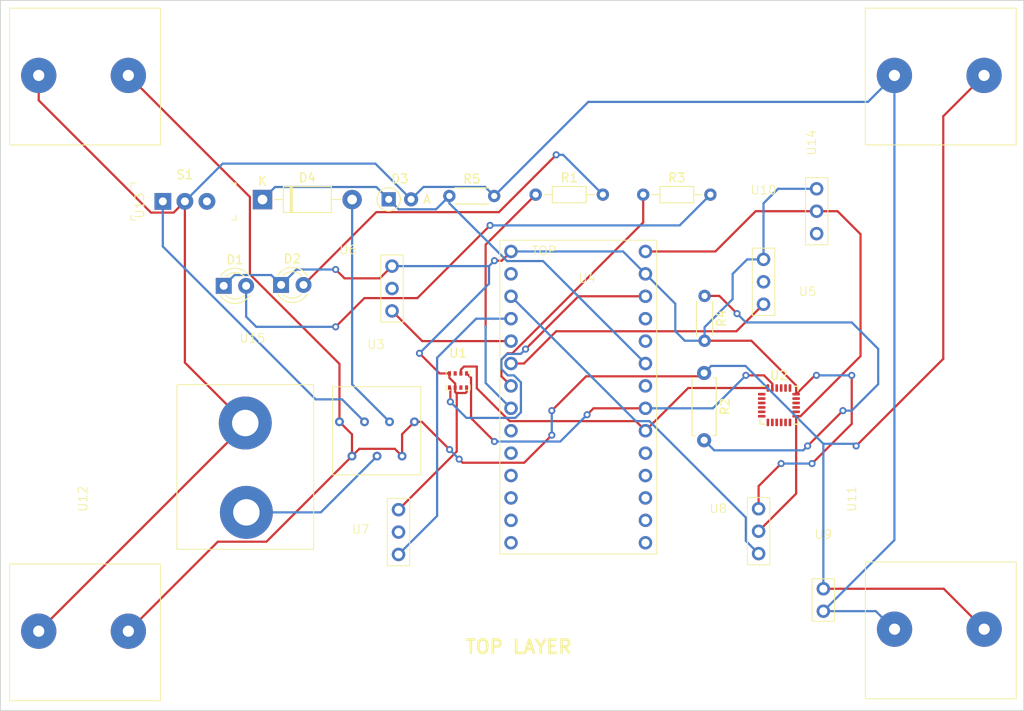
<source format=kicad_pcb>
(kicad_pcb (version 20221018) (generator pcbnew)
  (layers (0 "F.Cu" signal) (31 "B.Cu" signal) (34 "B.Paste" user) (35 "F.Paste" user) (36 "B.SilkS" user "B.Silkscreen") (37 "F.SilkS" user "F.Silkscreen") (38 "B.Mask" user) (39 "F.Mask" user) (44 "Edge.Cuts" user))
  (net 0 "")
  (footprint "Sensor_Motion:InvenSense_QFN-24_4x4mm_P0.5mm" (layer "F.Cu") (at 177.4732 96.0834)
    (fp_text reference "U2" (at 0 -3.375) (layer "F.SilkS"))
    (fp_text value "MPU-6050")
    (fp_line (start -2.15 -2.15) (end -1.625 -2.15) (stroke (width 0.15)) (layer "F.SilkS"))
    (fp_line (start -2.15 2.15) (end -2.15 1.625) (stroke (width 0.15)) (layer "F.SilkS"))
    (fp_line (start -2.15 2.15) (end -1.625 2.15) (stroke (width 0.15)) (layer "F.SilkS"))
    (fp_line (start 2.15 -2.15) (end 1.625 -2.15) (stroke (width 0.15)) (layer "F.SilkS"))
    (fp_line (start 2.15 -2.15) (end 2.15 -1.625) (stroke (width 0.15)) (layer "F.SilkS"))
    (fp_line (start 2.15 2.15) (end 1.625 2.15) (stroke (width 0.15)) (layer "F.SilkS"))
    (fp_line (start 2.15 2.15) (end 2.15 1.625) (stroke (width 0.15)) (layer "F.SilkS"))
    (pad "1" smd roundrect (at -1.95 -1.25) (size 0.85 0.3) (layers "F.Cu" "F.Paste" "F.Mask"))
    (pad "2" smd roundrect (at -1.95 -0.75) (size 0.85 0.3) (layers "F.Cu" "F.Paste" "F.Mask"))
    (pad "3" smd roundrect (at -1.95 -0.25) (size 0.85 0.3) (layers "F.Cu" "F.Paste" "F.Mask"))
    (pad "4" smd roundrect (at -1.95 0.25) (size 0.85 0.3) (layers "F.Cu" "F.Paste" "F.Mask"))
    (pad "5" smd roundrect (at -1.95 0.75) (size 0.85 0.3) (layers "F.Cu" "F.Paste" "F.Mask"))
    (pad "6" smd roundrect (at -1.95 1.25) (size 0.85 0.3) (layers "F.Cu" "F.Paste" "F.Mask"))
    (pad "7" smd roundrect (at -1.25 1.95 90) (size 0.85 0.3) (layers "F.Cu" "F.Paste" "F.Mask"))
    (pad "8" smd roundrect (at -0.75 1.95 90) (size 0.85 0.3) (layers "F.Cu" "F.Paste" "F.Mask"))
    (pad "9" smd roundrect (at -0.25 1.95 90) (size 0.85 0.3) (layers "F.Cu" "F.Paste" "F.Mask"))
    (pad "10" smd roundrect (at 0.25 1.95 90) (size 0.85 0.3) (layers "F.Cu" "F.Paste" "F.Mask"))
    (pad "11" smd roundrect (at 0.75 1.95 90) (size 0.85 0.3) (layers "F.Cu" "F.Paste" "F.Mask"))
    (pad "12" smd roundrect (at 1.25 1.95 90) (size 0.85 0.3) (layers "F.Cu" "F.Paste" "F.Mask"))
    (pad "13" smd roundrect (at 1.95 1.25) (size 0.85 0.3) (layers "F.Cu" "F.Paste" "F.Mask"))
    (pad "14" smd roundrect (at 1.95 0.75) (size 0.85 0.3) (layers "F.Cu" "F.Paste" "F.Mask"))
    (pad "15" smd roundrect (at 1.95 0.25) (size 0.85 0.3) (layers "F.Cu" "F.Paste" "F.Mask"))
    (pad "16" smd roundrect (at 1.95 -0.25) (size 0.85 0.3) (layers "F.Cu" "F.Paste" "F.Mask"))
    (pad "17" smd roundrect (at 1.95 -0.75) (size 0.85 0.3) (layers "F.Cu" "F.Paste" "F.Mask"))
    (pad "18" smd roundrect (at 1.95 -1.25) (size 0.85 0.3) (layers "F.Cu" "F.Paste" "F.Mask"))
    (pad "19" smd roundrect (at 1.25 -1.95 90) (size 0.85 0.3) (layers "F.Cu" "F.Paste" "F.Mask"))
    (pad "20" smd roundrect (at 0.75 -1.95 90) (size 0.85 0.3) (layers "F.Cu" "F.Paste" "F.Mask"))
    (pad "21" smd roundrect (at 0.25 -1.95 90) (size 0.85 0.3) (layers "F.Cu" "F.Paste" "F.Mask"))
    (pad "22" smd roundrect (at -0.25 -1.95 90) (size 0.85 0.3) (layers "F.Cu" "F.Paste" "F.Mask"))
    (pad "23" smd roundrect (at -0.75 -1.95 90) (size 0.85 0.3) (layers "F.Cu" "F.Paste" "F.Mask"))
    (pad "24" smd roundrect (at -1.25 -1.95 90) (size 0.85 0.3) (layers "F.Cu" "F.Paste" "F.Mask"))
  )
  (footprint "teensy4.0:External_Power" (layer "F.Cu") (at 181.2378 115.7488)
    (fp_text reference "U9" (at 1.27 -5.032 unlocked) (layer "F.SilkS") (effects (font (thickness 0.1))))
    (fp_text value "External Power")
    (fp_rect (start 0 0) (end 2.54 4.826) (stroke (width 0.1)) (fill none) (layer "F.SilkS"))
    (pad "1" thru_hole circle (at 1.27 3.683) (size 1.524 1.524) (drill 0.914) (layers "*.Cu" "*.Mask"))
    (pad "2" thru_hole circle (at 1.27 1.143) (size 1.524 1.524) (drill 0.914) (layers "*.Cu" "*.Mask"))
  )
  (footprint "LED_THT:LED_D3.0mm" (layer "F.Cu") (at 121.0398 82.4494)
    (fp_text reference "D2" (at 1.27 -2.96) (layer "F.SilkS"))
    (fp_text value "GREEN")
    (fp_line (start -0.29 -1.236) (end -0.29 -1.08) (stroke (width 0.12)) (layer "F.SilkS"))
    (fp_line (start -0.29 1.08) (end -0.29 1.236) (stroke (width 0.12)) (layer "F.SilkS"))
    (fp_arc (start -0.29 -1.235516) (mid 1.366487 -1.987659) (end 2.942335 -1.078608) (stroke (width 0.12)) (layer "F.SilkS"))
    (fp_arc (start 0.229039 -1.08) (mid 1.270117 -1.5) (end 2.31113 -1.079837) (stroke (width 0.12)) (layer "F.SilkS"))
    (fp_arc (start 2.31113 1.079837) (mid 1.270117 1.5) (end 0.229039 1.08) (stroke (width 0.12)) (layer "F.SilkS"))
    (fp_arc (start 2.942335 1.078608) (mid 1.366487 1.987659) (end -0.29 1.235516) (stroke (width 0.12)) (layer "F.SilkS"))
    (pad "1" thru_hole rect (at 0 0) (size 1.8 1.8) (drill 0.9) (layers "*.Cu" "*.Mask"))
    (pad "2" thru_hole circle (at 2.54 0) (size 1.8 1.8) (drill 0.9) (layers "*.Cu" "*.Mask"))
  )
  (footprint "Diode_THT:D_DO-35_SOD27_P2.54mm_Vertical_AnodeUp" (layer "F.Cu") (at 133.235086 72.7466)
    (fp_text reference "D3" (at 1.27 -2.326371) (layer "F.SilkS"))
    (fp_text value "D_Zener")
    (fp_text user "A" (at 4.34 0) (layer "F.SilkS"))
    (fp_line (start 1.326371 0) (end 1.44 0) (stroke (width 0.12)) (layer "F.SilkS"))
    (fp_circle (center 0 0) (end 1.326371 0) (stroke (width 0.12)) (fill none) (layer "F.SilkS"))
    (pad "1" thru_hole rect (at 0 0) (size 1.6 1.6) (drill 0.8) (layers "*.Cu" "*.Mask"))
    (pad "2" thru_hole oval (at 2.54 0) (size 1.6 1.6) (drill 0.8) (layers "*.Cu" "*.Mask"))
  )
  (footprint "teensy4.0:motor_U" (layer "F.Cu") (at 132.3428 79.0458)
    (fp_text reference "U6" (at -3.7084 -0.587 unlocked) (layer "F.SilkS") (effects (font (thickness 0.1))))
    (fp_text value "Motor_3")
    (fp_rect (start 0 0) (end 2.54 7.62) (stroke (width 0.1)) (fill none) (layer "F.SilkS"))
    (pad "1" thru_hole circle (at 1.27 1.27) (size 1.524 1.524) (drill 0.914) (layers "*.Cu" "*.Mask"))
    (pad "2" thru_hole circle (at 1.27 3.81) (size 1.524 1.524) (drill 0.914) (layers "*.Cu" "*.Mask"))
    (pad "3" thru_hole circle (at 1.27 6.35) (size 1.524 1.524) (drill 0.914) (layers "*.Cu" "*.Mask"))
  )
  (footprint "teensy4.0:motor_U" (layer "F.Cu") (at 174.456 78.2838)
    (fp_text reference "U5" (at 6.269 4.9162 unlocked) (layer "F.SilkS") (effects (font (thickness 0.1))))
    (fp_text value "Motor_4")
    (fp_rect (start 0 0) (end 2.54 7.62) (stroke (width 0.1)) (fill none) (layer "F.SilkS"))
    (pad "1" thru_hole circle (at 1.27 1.27) (size 1.524 1.524) (drill 0.914) (layers "*.Cu" "*.Mask"))
    (pad "2" thru_hole circle (at 1.27 3.81) (size 1.524 1.524) (drill 0.914) (layers "*.Cu" "*.Mask"))
    (pad "3" thru_hole circle (at 1.27 6.35) (size 1.524 1.524) (drill 0.914) (layers "*.Cu" "*.Mask"))
  )
  (footprint "Resistor_THT:R_Axial_DIN0204_L3.6mm_D1.6mm_P7.62mm_Horizontal" (layer "F.Cu") (at 162.0862 72.2132)
    (fp_text reference "R3" (at 3.81 -1.92) (layer "F.SilkS"))
    (fp_text value "100 ohm")
    (fp_line (start 0.94 0) (end 1.89 0) (stroke (width 0.12)) (layer "F.SilkS"))
    (fp_line (start 1.89 -0.92) (end 1.89 0.92) (stroke (width 0.12)) (layer "F.SilkS"))
    (fp_line (start 1.89 0.92) (end 5.73 0.92) (stroke (width 0.12)) (layer "F.SilkS"))
    (fp_line (start 5.73 -0.92) (end 1.89 -0.92) (stroke (width 0.12)) (layer "F.SilkS"))
    (fp_line (start 5.73 0.92) (end 5.73 -0.92) (stroke (width 0.12)) (layer "F.SilkS"))
    (fp_line (start 6.68 0) (end 5.73 0) (stroke (width 0.12)) (layer "F.SilkS"))
    (pad "1" thru_hole circle (at 0 0) (size 1.4 1.4) (drill 0.7) (layers "*.Cu" "*.Mask"))
    (pad "2" thru_hole oval (at 7.62 0) (size 1.4 1.4) (drill 0.7) (layers "*.Cu" "*.Mask"))
  )
  (footprint "teensy4.0:ESC" (layer "F.Cu") (at 90.263 66.574 90)
    (fp_text reference "U13" (at -6.872 14.746 90 unlocked) (layer "F.SilkS") (effects (font (thickness 0.1))))
    (fp_text value "ESC_3")
    (fp_rect (start -0.006 0) (end 15.494 17.1) (stroke (width 0.1)) (fill none) (layer "F.SilkS"))
    (pad "1" thru_hole circle (at 7.874 3.302 90) (size 4 4) (drill 1.27) (layers "*.Cu" "*.Mask"))
    (pad "2" thru_hole circle (at 7.874 13.462 90) (size 4 4) (drill 1.27) (layers "*.Cu" "*.Mask"))
  )
  (footprint "teensy4.0:motor_U" (layer "F.Cu") (at 133.0794 106.6556)
    (fp_text reference "U7" (at -3.0226 3.5038 unlocked) (layer "F.SilkS") (effects (font (thickness 0.1))))
    (fp_text value "Motor_2")
    (fp_rect (start 0 0) (end 2.54 7.62) (stroke (width 0.1)) (fill none) (layer "F.SilkS"))
    (pad "1" thru_hole circle (at 1.27 1.27) (size 1.524 1.524) (drill 0.914) (layers "*.Cu" "*.Mask"))
    (pad "2" thru_hole circle (at 1.27 3.81) (size 1.524 1.524) (drill 0.914) (layers "*.Cu" "*.Mask"))
    (pad "3" thru_hole circle (at 1.27 6.35) (size 1.524 1.524) (drill 0.914) (layers "*.Cu" "*.Mask"))
  )
  (footprint "teensy4.0:ESC" (layer "F.Cu") (at 187.275 129.347 90)
    (fp_text reference "U11" (at 22.647 -1.55 90 unlocked) (layer "F.SilkS") (effects (font (thickness 0.1))))
    (fp_text value "ESC_1")
    (fp_rect (start -0.006 0) (end 15.494 17.1) (stroke (width 0.1)) (fill none) (layer "F.SilkS"))
    (pad "1" thru_hole circle (at 7.874 3.302 90) (size 4 4) (drill 1.27) (layers "*.Cu" "*.Mask"))
    (pad "2" thru_hole circle (at 7.874 13.462 90) (size 4 4) (drill 1.27) (layers "*.Cu" "*.Mask"))
  )
  (footprint "digikey-footprints:Switch_Slide_11.6x4mm_EG1218" (layer "F.Cu") (at 107.6324 72.9752)
    (fp_text reference "S1" (at 2.49 -3.02) (layer "F.SilkS"))
    (fp_text value "EG1218")
    (fp_line (start -3.6 -2.1) (end -3.6 -1.6) (stroke (width 0.1)) (layer "F.SilkS"))
    (fp_line (start -3.6 -2.1) (end -3.1 -2.1) (stroke (width 0.1)) (layer "F.SilkS"))
    (fp_line (start -3.6 2.1) (end -3.6 1.6) (stroke (width 0.1)) (layer "F.SilkS"))
    (fp_line (start -3.6 2.1) (end -3.1 2.1) (stroke (width 0.1)) (layer "F.SilkS"))
    (fp_line (start 8.3 -2.1) (end 7.8 -2.1) (stroke (width 0.1)) (layer "F.SilkS"))
    (fp_line (start 8.3 -2.1) (end 8.3 -1.6) (stroke (width 0.1)) (layer "F.SilkS"))
    (fp_line (start 8.3 2.1) (end 7.8 2.1) (stroke (width 0.1)) (layer "F.SilkS"))
    (fp_line (start 8.3 2.1) (end 8.3 1.6) (stroke (width 0.1)) (layer "F.SilkS"))
    (pad "1" thru_hole rect (at 0 0) (size 1.9 1.9) (drill 0.9) (layers "*.Cu" "*.Mask"))
    (pad "2" thru_hole circle (at 2.5 0) (size 1.9 1.9) (drill 0.9) (layers "*.Cu" "*.Mask"))
    (pad "3" thru_hole circle (at 5 0) (size 1.9 1.9) (drill 0.9) (layers "*.Cu" "*.Mask"))
  )
  (footprint "LED_THT:LED_D3.0mm" (layer "F.Cu") (at 114.5374 82.551)
    (fp_text reference "D1" (at 1.27 -2.96) (layer "F.SilkS"))
    (fp_text value "RED")
    (fp_line (start -0.29 -1.236) (end -0.29 -1.08) (stroke (width 0.12)) (layer "F.SilkS"))
    (fp_line (start -0.29 1.08) (end -0.29 1.236) (stroke (width 0.12)) (layer "F.SilkS"))
    (fp_arc (start -0.29 -1.235516) (mid 1.366487 -1.987659) (end 2.942335 -1.078608) (stroke (width 0.12)) (layer "F.SilkS"))
    (fp_arc (start 0.229039 -1.08) (mid 1.270117 -1.5) (end 2.31113 -1.079837) (stroke (width 0.12)) (layer "F.SilkS"))
    (fp_arc (start 2.31113 1.079837) (mid 1.270117 1.5) (end 0.229039 1.08) (stroke (width 0.12)) (layer "F.SilkS"))
    (fp_arc (start 2.942335 1.078608) (mid 1.366487 1.987659) (end -0.29 1.235516) (stroke (width 0.12)) (layer "F.SilkS"))
    (pad "1" thru_hole rect (at 0 0) (size 1.8 1.8) (drill 0.9) (layers "*.Cu" "*.Mask"))
    (pad "2" thru_hole circle (at 2.54 0) (size 1.8 1.8) (drill 0.9) (layers "*.Cu" "*.Mask"))
  )
  (footprint "Package_LGA:Bosch_LGA-8_2x2.5mm_P0.65mm_ClockwisePinNumbering" (layer "F.Cu") (at 141.096 93.2824)
    (fp_text reference "U1" (at 0 -3.1) (layer "F.SilkS"))
    (fp_text value "BMP280")
    (fp_line (start -1.35 -0.46) (end -1.35 -1.1) (stroke (width 0.1)) (layer "F.SilkS"))
    (fp_line (start -1.35 1.1) (end -1.35 0.46) (stroke (width 0.1)) (layer "F.SilkS"))
    (fp_line (start -1.35 1.1) (end -0.87 1.1) (stroke (width 0.1)) (layer "F.SilkS"))
    (fp_line (start 0.87 -1.1) (end 1.35 -1.1) (stroke (width 0.1)) (layer "F.SilkS"))
    (fp_line (start 0.87 1.1) (end 1.35 1.1) (stroke (width 0.1)) (layer "F.SilkS"))
    (fp_line (start 1.35 -0.46) (end 1.35 -1.1) (stroke (width 0.1)) (layer "F.SilkS"))
    (fp_line (start 1.35 1.1) (end 1.35 0.46) (stroke (width 0.1)) (layer "F.SilkS"))
    (pad "1" smd rect (at -0.975 -0.8 90) (size 0.5 0.35) (layers "F.Cu" "F.Paste" "F.Mask"))
    (pad "2" smd rect (at -0.325 -0.8 90) (size 0.5 0.35) (layers "F.Cu" "F.Paste" "F.Mask"))
    (pad "3" smd rect (at 0.325 -0.8 90) (size 0.5 0.35) (layers "F.Cu" "F.Paste" "F.Mask"))
    (pad "4" smd rect (at 0.975 -0.8 90) (size 0.5 0.35) (layers "F.Cu" "F.Paste" "F.Mask"))
    (pad "5" smd rect (at 0.975 0.8 90) (size 0.5 0.35) (layers "F.Cu" "F.Paste" "F.Mask"))
    (pad "6" smd rect (at 0.325 0.8 90) (size 0.5 0.35) (layers "F.Cu" "F.Paste" "F.Mask"))
    (pad "7" smd rect (at -0.325 0.8 90) (size 0.5 0.35) (layers "F.Cu" "F.Paste" "F.Mask"))
    (pad "8" smd rect (at -0.975 0.8 90) (size 0.5 0.35) (layers "F.Cu" "F.Paste" "F.Mask"))
  )
  (footprint "teensy4.0:motor_U" (layer "F.Cu") (at 173.8972 106.554)
    (fp_text reference "U8" (at -3.302 1.2418 unlocked) (layer "F.SilkS") (effects (font (thickness 0.1))))
    (fp_text value "Motor_1")
    (fp_rect (start 0 0) (end 2.54 7.62) (stroke (width 0.1)) (fill none) (layer "F.SilkS"))
    (pad "1" thru_hole circle (at 1.27 1.27) (size 1.524 1.524) (drill 0.914) (layers "*.Cu" "*.Mask"))
    (pad "2" thru_hole circle (at 1.27 3.81) (size 1.524 1.524) (drill 0.914) (layers "*.Cu" "*.Mask"))
    (pad "3" thru_hole circle (at 1.27 6.35) (size 1.524 1.524) (drill 0.914) (layers "*.Cu" "*.Mask"))
  )
  (footprint "teensy4.0:teensy4.0uc" (layer "F.Cu") (at 145.832 77.3858)
    (fp_text reference "U4" (at 9.893 4.3142 unlocked) (layer "F.SilkS") (effects (font (thickness 0.1))))
    (fp_text value "Teensy4.0")
    (fp_text user "TOP" (at 3.556 1.778 unlocked) (layer "F.SilkS") (effects (font (thickness 0.1)) (justify left bottom)))
    (fp_rect (start 0 0) (end 17.78 35.56) (stroke (width 0.1)) (fill none) (layer "F.SilkS"))
    (pad "1" thru_hole circle (at 1.27 1.27) (size 1.524 1.524) (drill 0.914) (layers "*.Cu" "*.Mask"))
    (pad "2" thru_hole circle (at 1.27 3.81) (size 1.524 1.524) (drill 0.914) (layers "*.Cu" "*.Mask"))
    (pad "3" thru_hole circle (at 1.27 6.35) (size 1.524 1.524) (drill 0.914) (layers "*.Cu" "*.Mask"))
    (pad "4" thru_hole circle (at 1.27 8.89) (size 1.524 1.524) (drill 0.914) (layers "*.Cu" "*.Mask"))
    (pad "5" thru_hole circle (at 1.27 11.43) (size 1.524 1.524) (drill 0.914) (layers "*.Cu" "*.Mask"))
    (pad "6" thru_hole circle (at 1.27 13.97) (size 1.524 1.524) (drill 0.914) (layers "*.Cu" "*.Mask"))
    (pad "7" thru_hole circle (at 1.27 16.51) (size 1.524 1.524) (drill 0.914) (layers "*.Cu" "*.Mask"))
    (pad "8" thru_hole circle (at 1.27 19.05) (size 1.524 1.524) (drill 0.914) (layers "*.Cu" "*.Mask"))
    (pad "9" thru_hole circle (at 1.27 21.59) (size 1.524 1.524) (drill 0.914) (layers "*.Cu" "*.Mask"))
    (pad "10" thru_hole circle (at 1.27 24.13) (size 1.524 1.524) (drill 0.914) (layers "*.Cu" "*.Mask"))
    (pad "11" thru_hole circle (at 1.27 26.67) (size 1.524 1.524) (drill 0.914) (layers "*.Cu" "*.Mask"))
    (pad "12" thru_hole circle (at 1.27 29.21) (size 1.524 1.524) (drill 0.914) (layers "*.Cu" "*.Mask"))
    (pad "13" thru_hole circle (at 1.27 31.75) (size 1.524 1.524) (drill 0.914) (layers "*.Cu" "*.Mask"))
    (pad "14" thru_hole circle (at 1.27 34.29) (size 1.524 1.524) (drill 0.914) (layers "*.Cu" "*.Mask"))
    (pad "15" thru_hole circle (at 16.51 34.29) (size 1.524 1.524) (drill 0.914) (layers "*.Cu" "*.Mask"))
    (pad "16" thru_hole circle (at 16.51 31.75) (size 1.524 1.524) (drill 0.914) (layers "*.Cu" "*.Mask"))
    (pad "17" thru_hole circle (at 16.51 29.21) (size 1.524 1.524) (drill 0.914) (layers "*.Cu" "*.Mask"))
    (pad "18" thru_hole circle (at 16.51 26.67) (size 1.524 1.524) (drill 0.914) (layers "*.Cu" "*.Mask"))
    (pad "19" thru_hole circle (at 16.51 24.13) (size 1.524 1.524) (drill 0.914) (layers "*.Cu" "*.Mask"))
    (pad "20" thru_hole circle (at 16.51 21.59) (size 1.524 1.524) (drill 0.914) (layers "*.Cu" "*.Mask"))
    (pad "21" thru_hole circle (at 16.51 19.05) (size 1.524 1.524) (drill 0.914) (layers "*.Cu" "*.Mask"))
    (pad "22" thru_hole circle (at 16.51 16.51) (size 1.524 1.524) (drill 0.914) (layers "*.Cu" "*.Mask"))
    (pad "23" thru_hole circle (at 16.51 13.97) (size 1.524 1.524) (drill 0.914) (layers "*.Cu" "*.Mask"))
    (pad "24" thru_hole circle (at 16.51 11.43) (size 1.524 1.524) (drill 0.914) (layers "*.Cu" "*.Mask"))
    (pad "25" thru_hole circle (at 16.51 8.89) (size 1.524 1.524) (drill 0.914) (layers "*.Cu" "*.Mask"))
    (pad "26" thru_hole circle (at 16.51 6.35) (size 1.524 1.524) (drill 0.914) (layers "*.Cu" "*.Mask"))
    (pad "27" thru_hole circle (at 16.51 3.81) (size 1.524 1.524) (drill 0.914) (layers "*.Cu" "*.Mask"))
    (pad "28" thru_hole circle (at 16.51 1.27) (size 1.524 1.524) (drill 0.914) (layers "*.Cu" "*.Mask"))
  )
  (footprint "Resistor_THT:R_Axial_DIN0204_L3.6mm_D1.6mm_P5.08mm_Horizontal" (layer "F.Cu") (at 169.0458 83.694 -90)
    (fp_text reference "R4" (at 2.54 -1.92 90) (layer "F.SilkS"))
    (fp_text value "510 ohm")
    (fp_line (start 0.62 -0.92) (end 4.46 -0.92) (stroke (width 0.12)) (layer "F.SilkS"))
    (fp_line (start 0.62 0.92) (end 4.46 0.92) (stroke (width 0.12)) (layer "F.SilkS"))
    (pad "1" thru_hole circle (at 0 0 270) (size 1.4 1.4) (drill 0.7) (layers "*.Cu" "*.Mask"))
    (pad "2" thru_hole oval (at 5.08 0 270) (size 1.4 1.4) (drill 0.7) (layers "*.Cu" "*.Mask"))
  )
  (footprint "teensy4.0:battery" (layer "F.Cu") (at 109.2288 93.7524)
    (fp_text reference "U15" (at 8.5598 -5.2606 unlocked) (layer "F.SilkS") (effects (font (thickness 0.1))))
    (fp_text value "Battery")
    (fp_rect (start 0 0) (end 15.5 18.67) (stroke (width 0.1)) (fill none) (layer "F.SilkS"))
    (pad "1" thru_hole circle (at 7.75 4.35) (size 6 6) (drill 3) (layers "*.Cu" "*.Mask"))
    (pad "2" thru_hole circle (at 7.874 14.478) (size 6 6) (drill 3) (layers "*.Cu" "*.Mask"))
  )
  (footprint "Resistor_THT:R_Axial_DIN0204_L3.6mm_D1.6mm_P7.62mm_Horizontal" (layer "F.Cu") (at 149.8942 72.2132)
    (fp_text reference "R1" (at 3.81 -1.92) (layer "F.SilkS"))
    (fp_text value "100 ohm")
    (fp_line (start 0.94 0) (end 1.89 0) (stroke (width 0.12)) (layer "F.SilkS"))
    (fp_line (start 1.89 -0.92) (end 1.89 0.92) (stroke (width 0.12)) (layer "F.SilkS"))
    (fp_line (start 1.89 0.92) (end 5.73 0.92) (stroke (width 0.12)) (layer "F.SilkS"))
    (fp_line (start 5.73 -0.92) (end 1.89 -0.92) (stroke (width 0.12)) (layer "F.SilkS"))
    (fp_line (start 5.73 0.92) (end 5.73 -0.92) (stroke (width 0.12)) (layer "F.SilkS"))
    (fp_line (start 6.68 0) (end 5.73 0) (stroke (width 0.12)) (layer "F.SilkS"))
    (pad "1" thru_hole circle (at 0 0) (size 1.4 1.4) (drill 0.7) (layers "*.Cu" "*.Mask"))
    (pad "2" thru_hole oval (at 7.62 0) (size 1.4 1.4) (drill 0.7) (layers "*.Cu" "*.Mask"))
  )
  (footprint "Resistor_THT:R_Axial_DIN0204_L3.6mm_D1.6mm_P5.08mm_Horizontal" (layer "F.Cu") (at 140.1152 72.3656)
    (fp_text reference "R5" (at 2.54 -1.92) (layer "F.SilkS"))
    (fp_text value "510 ohm")
    (fp_line (start 0.62 -0.92) (end 4.46 -0.92) (stroke (width 0.12)) (layer "F.SilkS"))
    (fp_line (start 0.62 0.92) (end 4.46 0.92) (stroke (width 0.12)) (layer "F.SilkS"))
    (pad "1" thru_hole circle (at 0 0) (size 1.4 1.4) (drill 0.7) (layers "*.Cu" "*.Mask"))
    (pad "2" thru_hole oval (at 5.08 0) (size 1.4 1.4) (drill 0.7) (layers "*.Cu" "*.Mask"))
  )
  (footprint "teensy4.0:Receiver" (layer "F.Cu") (at 180.4758 70.2828)
    (fp_text reference "U10" (at -4.7508 1.4172 unlocked) (layer "F.SilkS") (effects (font (thickness 0.1))))
    (fp_text value "Receiver")
    (fp_rect (start 0 0) (end 2.54 7.62) (stroke (width 0.1)) (fill none) (layer "F.SilkS"))
    (pad "1" thru_hole circle (at 1.27 1.27) (size 1.524 1.524) (drill 0.914) (layers "*.Cu" "*.Mask"))
    (pad "2" thru_hole circle (at 1.27 3.81) (size 1.524 1.524) (drill 0.914) (layers "*.Cu" "*.Mask"))
    (pad "3" thru_hole circle (at 1.27 6.35) (size 1.524 1.524) (drill 0.914) (layers "*.Cu" "*.Mask"))
  )
  (footprint "teensy4.0:bts_symbol" (layer "F.Cu") (at 123.1558 92.965)
    (fp_text reference "U3" (at 8.636 -3.762 unlocked) (layer "F.SilkS") (effects (font (thickness 0.1))))
    (fp_text value "bts_symbol")
    (fp_rect (start 3.716 1.016) (end 13.716 11.016) (stroke (width 0.1)) (fill none) (layer "F.SilkS"))
    (pad "1" thru_hole circle (at 4.5 5) (size 1 1) (drill 0.5) (layers "*.Cu" "*.Mask"))
    (pad "2" thru_hole circle (at 5.92 8.89) (size 1 1) (drill 0.5) (layers "*.Cu" "*.Mask"))
    (pad "3" thru_hole circle (at 7.34 5) (size 1 1) (drill 0.5) (layers "*.Cu" "*.Mask"))
    (pad "4" thru_hole circle (at 8.76 8.89 90) (size 1 1) (drill 0.5) (layers "*.Cu" "*.Mask"))
    (pad "5" thru_hole circle (at 10.178 5) (size 1 1) (drill 0.5) (layers "*.Cu" "*.Mask"))
    (pad "6" thru_hole circle (at 11.6 8.89 90) (size 1 1) (drill 0.5) (layers "*.Cu" "*.Mask"))
    (pad "7" thru_hole circle (at 13 5) (size 1 1) (drill 0.5) (layers "*.Cu" "*.Mask"))
  )
  (footprint "Resistor_THT:R_Axial_DIN0207_L6.3mm_D2.5mm_P7.62mm_Horizontal" (layer "F.Cu") (at 168.995 92.4316 -90)
    (fp_text reference "R2" (at 3.81 -2.37 90) (layer "F.SilkS"))
    (fp_text value "2k ohm")
    (fp_line (start 0.54 -1.37) (end 7.08 -1.37) (stroke (width 0.12)) (layer "F.SilkS"))
    (fp_line (start 0.54 -1.04) (end 0.54 -1.37) (stroke (width 0.12)) (layer "F.SilkS"))
    (fp_line (start 0.54 1.04) (end 0.54 1.37) (stroke (width 0.12)) (layer "F.SilkS"))
    (fp_line (start 0.54 1.37) (end 7.08 1.37) (stroke (width 0.12)) (layer "F.SilkS"))
    (fp_line (start 7.08 -1.37) (end 7.08 -1.04) (stroke (width 0.12)) (layer "F.SilkS"))
    (fp_line (start 7.08 1.37) (end 7.08 1.04) (stroke (width 0.12)) (layer "F.SilkS"))
    (pad "1" thru_hole circle (at 0 0 270) (size 1.6 1.6) (drill 0.8) (layers "*.Cu" "*.Mask"))
    (pad "2" thru_hole oval (at 7.62 0 270) (size 1.6 1.6) (drill 0.8) (layers "*.Cu" "*.Mask"))
  )
  (footprint "Diode_THT:D_DO-41_SOD81_P10.16mm_Horizontal" (layer "F.Cu") (at 118.9316 72.772)
    (fp_text reference "D4" (at 5.08 -2.47) (layer "F.SilkS"))
    (fp_text value "1N4007")
    (fp_text user "K" (at 0 -2.1) (layer "F.SilkS"))
    (fp_line (start 1.34 0) (end 2.36 0) (stroke (width 0.12)) (layer "F.SilkS"))
    (fp_line (start 2.36 -1.47) (end 2.36 1.47) (stroke (width 0.12)) (layer "F.SilkS"))
    (fp_line (start 2.36 1.47) (end 7.8 1.47) (stroke (width 0.12)) (layer "F.SilkS"))
    (fp_line (start 3.14 -1.47) (end 3.14 1.47) (stroke (width 0.12)) (layer "F.SilkS"))
    (fp_line (start 3.26 -1.47) (end 3.26 1.47) (stroke (width 0.12)) (layer "F.SilkS"))
    (fp_line (start 3.38 -1.47) (end 3.38 1.47) (stroke (width 0.12)) (layer "F.SilkS"))
    (fp_line (start 7.8 -1.47) (end 2.36 -1.47) (stroke (width 0.12)) (layer "F.SilkS"))
    (fp_line (start 7.8 1.47) (end 7.8 -1.47) (stroke (width 0.12)) (layer "F.SilkS"))
    (fp_line (start 8.82 0) (end 7.8 0) (stroke (width 0.12)) (layer "F.SilkS"))
    (pad "1" thru_hole rect (at 0 0) (size 2.2 2.2) (drill 1.1) (layers "*.Cu" "*.Mask"))
    (pad "2" thru_hole oval (at 10.16 0) (size 2.2 2.2) (drill 1.1) (layers "*.Cu" "*.Mask"))
  )
  (footprint "teensy4.0:ESC" (layer "F.Cu") (at 187.263 66.574 90)
    (fp_text reference "U14" (at 0.254 -6.096 90 unlocked) (layer "F.SilkS") (effects (font (thickness 0.1))))
    (fp_text value "ESC_4")
    (fp_rect (start -0.006 0) (end 15.494 17.1) (stroke (width 0.1)) (fill none) (layer "F.SilkS"))
    (pad "1" thru_hole circle (at 7.874 3.302 90) (size 4 4) (drill 1.27) (layers "*.Cu" "*.Mask"))
    (pad "2" thru_hole circle (at 7.874 13.462 90) (size 4 4) (drill 1.27) (layers "*.Cu" "*.Mask"))
  )
  (footprint "teensy4.0:ESC" (layer "F.Cu") (at 90.263 129.574 90)
    (fp_text reference "U12" (at 22.874 8.302 90 unlocked) (layer "F.SilkS") (effects (font (thickness 0.1))))
    (fp_text value "ESC_2")
    (fp_rect (start -0.006 0) (end 15.494 17.1) (stroke (width 0.1)) (fill none) (layer "F.SilkS"))
    (pad "1" thru_hole circle (at 7.874 3.302 90) (size 4 4) (drill 1.27) (layers "*.Cu" "*.Mask"))
    (pad "2" thru_hole circle (at 7.874 13.462 90) (size 4 4) (drill 1.27) (layers "*.Cu" "*.Mask"))
  )
  (gr_line (start 205.225 130.7) (end 205.225 130.2) (stroke (width 0.1)) (layer "Edge.Cuts"))
  (gr_line (start 205.225 67.2) (end 205.225 50.2) (stroke (width 0.1)) (layer "Edge.Cuts"))
  (gr_line (start 108.225 50.2) (end 186.225 50.2) (stroke (width 0.1)) (layer "Edge.Cuts"))
  (gr_line (start 108.225 50.2) (end 89.225 50.2) (stroke (width 0.1)) (layer "Edge.Cuts"))
  (gr_line (start 205.225 67.2) (end 205.225 112.7) (stroke (width 0.1)) (layer "Edge.Cuts"))
  (gr_line (start 89.225 130.7) (end 108.225 130.7) (stroke (width 0.1)) (layer "Edge.Cuts"))
  (gr_line (start 205.225 50.2) (end 186.225 50.2) (stroke (width 0.1)) (layer "Edge.Cuts"))
  (gr_line (start 89.225 50.2) (end 89.225 67.7) (stroke (width 0.1)) (layer "Edge.Cuts"))
  (gr_line (start 89.225 67.7) (end 89.225 113.2) (stroke (width 0.1)) (layer "Edge.Cuts"))
  (gr_line (start 89.225 113.2) (end 89.225 130.7) (stroke (width 0.1)) (layer "Edge.Cuts"))
  (gr_line (start 108.225 130.7) (end 205.225 130.7) (stroke (width 0.1)) (layer "Edge.Cuts"))
  (gr_line (start 205.225 130.2) (end 205.225 112.7) (stroke (width 0.1)) (layer "Edge.Cuts"))
  (gr_text "TOP LAYER" (at 141.775 124.347) (layer "F.SilkS") (effects (font (size 1.5 1.5) (thickness 0.3) bold) (justify left bottom)))
  (segment (start 141.7784 91.7) (end 141.421 92.0574) (width 0.25) (layer "F.Cu") (net 0))
  (segment (start 137.0328 88.8158) (end 133.6128 85.3958) (width 0.25) (layer "F.Cu") (net 0))
  (segment (start 174.8322 74.0928) (end 170.2692 78.6558) (width 0.25) (layer "F.Cu") (net 0))
  (segment (start 106.286773 74.2502) (end 108.8574 74.2502) (width 0.25) (layer "F.Cu") (net 0))
  (segment (start 117.5066 72.4816) (end 117.5066 81.247788) (width 0.25) (layer "F.Cu") (net 0))
  (segment (start 140.225 94.1864) (end 140.121 94.0824) (width 0.25) (layer "F.Cu") (net 0))
  (segment (start 139.0074 92.4824) (end 140.121 92.4824) (width 0.25) (layer "F.Cu") (net 0))
  (segment (start 146.015 92.8088) (end 146.015 90.905549) (width 0.25) (layer "F.Cu") (net 0))
  (segment (start 134.7558 101.855) (end 134.7558 99.365) (width 0.25) (layer "F.Cu") (net 0))
  (segment (start 93.565 61.528427) (end 106.286773 74.2502) (width 0.25) (layer "F.Cu") (net 0))
  (segment (start 146.015 90.905549) (end 146.720549 90.2) (width 0.25) (layer "F.Cu") (net 0))
  (segment (start 141.421 92.0574) (end 141.421 92.4824) (width 0.25) (layer "F.Cu") (net 0))
  (segment (start 179.4232 93.842715) (end 174.354485 88.774) (width 0.25) (layer "F.Cu") (net 0))
  (segment (start 142.571 92.9824) (end 142.071 92.4824) (width 0.25) (layer "F.Cu") (net 0))
  (segment (start 185.725 98.2) (end 185.725 92.7) (width 0.25) (layer "F.Cu") (net 0))
  (segment (start 129.0758 101.855) (end 129.9008 101.03) (width 0.25) (layer "F.Cu") (net 0))
  (segment (start 140.95 101.325) (end 134.3494 107.9256) (width 0.25) (layer "F.Cu") (net 0))
  (segment (start 136.99 97.965) (end 136.1558 97.965) (width 0.25) (layer "F.Cu") (net 0))
  (segment (start 143.225 91.7) (end 141.7784 91.7) (width 0.25) (layer "F.Cu") (net 0))
  (segment (start 143.225 94.1614) (end 143.225 91.7) (width 0.25) (layer "F.Cu") (net 0))
  (segment (start 152.225 67.7) (end 145.728 74.197) (width 0.25) (layer "F.Cu") (net 0))
  (segment (start 186.725 76.7) (end 184.1178 74.0928) (width 0.25) (layer "F.Cu") (net 0))
  (segment (start 145.225 79.7) (end 146.0578 79.7) (width 0.25) (layer "F.Cu") (net 0))
  (segment (start 110.1324 72.9752) (end 110.1324 91.256) (width 0.25) (layer "F.Cu") (net 0))
  (segment (start 186.725 90.522285) (end 186.725 76.7) (width 0.25) (layer "F.Cu") (net 0))
  (segment (start 180.725 100.7) (end 184.225 97.2) (width 0.25) (layer "F.Cu") (net 0))
  (segment (start 119.3754 111.5554) (end 129.0758 101.855) (width 0.25) (layer "F.Cu") (net 0))
  (segment (start 146.720549 90.2) (end 147.255051 90.2) (width 0.25) (layer "F.Cu") (net 0))
  (segment (start 168.6178 92.8088) (end 155.6162 92.8088) (width 0.25) (layer "F.Cu") (net 0))
  (segment (start 145.225 100.2) (end 142.571 97.546) (width 0.25) (layer "F.Cu") (net 0))
  (segment (start 181.5566 92.7) (end 179.4232 94.8334) (width 0.25) (layer "F.Cu") (net 0))
  (segment (start 146.9524 97.8888) (end 143.225 94.1614) (width 0.25) (layer "F.Cu") (net 0))
  (segment (start 179.4232 97.3334) (end 179.913885 97.3334) (width 0.25) (layer "F.Cu") (net 0))
  (segment (start 128.225 81.7) (end 132.2286 81.7) (width 0.25) (layer "F.Cu") (net 0))
  (segment (start 110.1324 91.256) (end 116.9788 98.1024) (width 0.25) (layer "F.Cu") (net 0))
  (segment (start 140.8886 94.7) (end 140.95 94.7614) (width 0.25) (layer "F.Cu") (net 0))
  (segment (start 136.4822 83.9428) (end 130.4822 83.9428) (width 0.25) (layer "F.Cu") (net 0))
  (segment (start 162.342 96.4358) (end 156.4535 96.4358) (width 0.25) (layer "F.Cu") (net 0))
  (segment (start 175.1672 107.824) (end 175.1672 105.2578) (width 0.25) (layer "F.Cu") (net 0))
  (segment (start 167.1844 94.1334) (end 176.2232 94.1334) (width 0.25) (layer "F.Cu") (net 0))
  (segment (start 130.4822 83.9428) (end 127.225 87.2) (width 0.25) (layer "F.Cu") (net 0))
  (segment (start 140.121 92.4824) (end 140.121 92.9824) (width 0.25) (layer "F.Cu") (net 0))
  (segment (start 179.4232 94.8334) (end 179.4232 93.842715) (width 0.25) (layer "F.Cu") (net 0))
  (segment (start 175.1672 110.364) (end 179.4232 106.108) (width 0.25) (layer "F.Cu") (net 0))
  (segment (start 140.95 94.7614) (end 140.95 101.325) (width 0.25) (layer "F.Cu") (net 0))
  (segment (start 116.9788 98.2862) (end 116.9788 98.1024) (width 0.25) (layer "F.Cu") (net 0))
  (segment (start 162.342 98.9758) (end 167.1844 94.1334) (width 0.25) (layer "F.Cu") (net 0))
  (segment (start 140.771 94.0824) (end 140.771 94.5824) (width 0.25) (layer "F.Cu") (net 0))
  (segment (start 140.121 92.9824) (end 140.771 93.6324) (width 0.25) (layer "F.Cu") (net 0))
  (segment (start 168.995 92.4316) (end 168.6178 92.8088) (width 0.25) (layer "F.Cu") (net 0))
  (segment (start 181.725 92.7) (end 181.5566 92.7) (width 0.25) (layer "F.Cu") (net 0))
  (segment (start 155.6162 92.8088) (end 151.725 96.7) (width 0.25) (layer "F.Cu") (net 0))
  (segment (start 147.255051 90.2) (end 162.0862 75.368851) (width 0.25) (layer "F.Cu") (net 0))
  (segment (start 129.9008 101.03) (end 133.9308 101.03) (width 0.25) (layer "F.Cu") (net 0))
  (segment (start 170.719 83.694) (end 169.0458 83.694) (width 0.25) (layer "F.Cu") (net 0))
  (segment (start 103.725 121.7) (end 113.8696 111.5554) (width 0.25) (layer "F.Cu") (net 0))
  (segment (start 147.102 93.8958) (end 146.015 92.8088) (width 0.25) (layer "F.Cu") (net 0))
  (segment (start 151.725 99.4755) (end 148.5977 102.6028) (width 0.25) (layer "F.Cu") (net 0))
  (segment (start 127.225 80.7) (end 128.225 81.7) (width 0.25) (layer "F.Cu") (net 0))
  (segment (start 145.728 74.197) (end 131.8322 74.197) (width 0.25) (layer "F.Cu") (net 0))
  (segment (start 179.4232 106.108) (end 179.4232 97.3334) (width 0.25) (layer "F.Cu") (net 0))
  (segment (start 172.6598 87.7) (end 175.726 84.6338) (width 0.25) (layer "F.Cu") (net 0))
  (segment (start 196.1558 116.8918) (end 182.5078 116.8918) (width 0.25) (layer "F.Cu") (net 0))
  (segment (start 200.725 58.7) (end 196.1 63.325) (width 0.25) (layer "F.Cu") (net 0))
  (segment (start 162.0862 75.368851) (end 162.0862 72.2132) (width 0.25) (layer "F.Cu") (net 0))
  (segment (start 141.9534 94.7) (end 142.071 94.5824) (width 0.25) (layer "F.Cu") (net 0))
  (segment (start 175.1672 105.2578) (end 177.725 102.7) (width 0.25) (layer "F.Cu") (net 0))
  (segment (start 142.071 94.5824) (end 142.071 94.0824) (width 0.25) (layer "F.Cu") (net 0))
  (segment (start 144.225 77.8824) (end 149.8942 72.2132) (width 0.25) (layer "F.Cu") (net 0))
  (segment (start 140.137701 101.112701) (end 136.99 97.965) (width 0.25) (layer "F.Cu") (net 0))
  (segment (start 93.565 121.7) (end 116.9788 98.2862) (width 0.25) (layer "F.Cu") (net 0))
  (segment (start 196.1 90.825) (end 186.225 100.7) (width 0.25) (layer "F.Cu") (net 0))
  (segment (start 142.571 97.546) (end 142.571 92.9824) (width 0.25) (layer "F.Cu") (net 0))
  (segment (start 148.5692 91.3558) (end 152.225 87.7) (width 0.25) (layer "F.Cu") (net 0))
  (segment (start 179.913885 97.3334) (end 186.725 90.522285) (width 0.25) (layer "F.Cu") (net 0))
  (segment (start 176.7232 93.642715) (end 176.7232 94.1334) (width 0.25) (layer "F.Cu") (net 0))
  (segment (start 108.8574 74.2502) (end 110.1324 72.9752) (width 0.25) (layer "F.Cu") (net 0))
  (segment (start 200.737 121.473) (end 196.1558 116.8918) (width 0.25) (layer "F.Cu") (net 0))
  (segment (start 181.7458 74.0928) (end 174.8322 74.0928) (width 0.25) (layer "F.Cu") (net 0))
  (segment (start 129.0758 101.855) (end 129.0758 99.385) (width 0.25) (layer "F.Cu") (net 0))
  (segment (start 181.225 102.7) (end 185.725 98.2) (width 0.25) (layer "F.Cu") (net 0))
  (segment (start 175.780485 92.7) (end 176.7232 93.642715) (width 0.25) (layer "F.Cu") (net 0))
  (segment (start 184.225 97.2) (end 184.725 96.7) (width 0.25) (layer "F.Cu") (net 0))
  (segment (start 93.565 58.7) (end 93.565 61.528427) (width 0.25) (layer "F.Cu") (net 0))
  (segment (start 134.7558 99.365) (end 136.1558 97.965) (width 0.25) (layer "F.Cu") (net 0))
  (segment (start 162.342 83.7358) (end 154.74385 83.7358) (width 0.25) (layer "F.Cu") (net 0))
  (segment (start 170.2692 78.6558) (end 162.342 78.6558) (width 0.25) (layer "F.Cu") (net 0))
  (segment (start 113.8696 111.5554) (end 119.3754 111.5554) (width 0.25) (layer "F.Cu") (net 0))
  (segment (start 152.225 87.7) (end 172.6598 87.7) (width 0.25) (layer "F.Cu") (net 0))
  (segment (start 129.0758 99.385) (end 127.6558 97.965) (width 0.25) (layer "F.Cu") (net 0))
  (segment (start 140.771 93.6324) (end 140.771 94.0824) (width 0.25) (layer "F.Cu") (net 0))
  (segment (start 147.102 91.3558) (end 148.5692 91.3558) (width 0.25) (layer "F.Cu") (net 0))
  (segment (start 154.74385 83.7358) (end 148.752325 89.727325) (width 0.25) (layer "F.Cu") (net 0))
  (segment (start 132.2286 81.7) (end 133.6128 80.3158) (width 0.25) (layer "F.Cu") (net 0))
  (segment (start 117.5066 81.247788) (end 127.6558 91.396988) (width 0.25) (layer "F.Cu") (net 0))
  (segment (start 140.225 95.7) (end 140.225 94.1864) (width 0.25) (layer "F.Cu") (net 0))
  (segment (start 140.8886 94.7) (end 141.9534 94.7) (width 0.25) (layer "F.Cu") (net 0))
  (segment (start 172.725 85.7) (end 170.719 83.694) (width 0.25) (layer "F.Cu") (net 0))
  (segment (start 174.354485 88.774) (end 169.0458 88.774) (width 0.25) (layer "F.Cu") (net 0))
  (segment (start 140.771 94.5824) (end 140.8886 94.7) (width 0.25) (layer "F.Cu") (net 0))
  (segment (start 161.255 97.8888) (end 146.9524 97.8888) (width 0.25) (layer "F.Cu") (net 0))
  (segment (start 131.8322 74.197) (end 123.5798 82.4494) (width 0.25) (layer "F.Cu") (net 0))
  (segment (start 156.4535 96.4358) (end 155.725 97.1643) (width 0.25) (layer "F.Cu") (net 0))
  (segment (start 148.5977 102.6028) (end 141.6278 102.6028) (width 0.25) (layer "F.Cu") (net 0))
  (segment (start 196.1 63.325) (end 196.1 90.825) (width 0.25) (layer "F.Cu") (net 0))
  (segment (start 173.725 92.7) (end 175.780485 92.7) (width 0.25) (layer "F.Cu") (net 0))
  (segment (start 184.1178 74.0928) (end 181.7458 74.0928) (width 0.25) (layer "F.Cu") (net 0))
  (segment (start 141.6278 102.6028) (end 141.225 102.2) (width 0.25) (layer "F.Cu") (net 0))
  (segment (start 133.9308 101.03) (end 134.7558 101.855) (width 0.25) (layer "F.Cu") (net 0))
  (segment (start 146.0578 79.7) (end 147.102 78.6558) (width 0.25) (layer "F.Cu") (net 0))
  (segment (start 136.725 90.2) (end 139.0074 92.4824) (width 0.25) (layer "F.Cu") (net 0))
  (segment (start 162.342 98.9758) (end 161.255 97.8888) (width 0.25) (layer "F.Cu") (net 0))
  (segment (start 127.6558 91.396988) (end 127.6558 97.965) (width 0.25) (layer "F.Cu") (net 0))
  (segment (start 144.225 87.2) (end 144.225 77.8824) (width 0.25) (layer "F.Cu") (net 0))
  (segment (start 147.102 88.8158) (end 137.0328 88.8158) (width 0.25) (layer "F.Cu") (net 0))
  (segment (start 144.725 75.7) (end 136.4822 83.9428) (width 0.25) (layer "F.Cu") (net 0))
  (segment (start 103.725 58.7) (end 117.5066 72.4816) (width 0.25) (layer "F.Cu") (net 0))
  (via (at 151.725 96.7) (size 0.8) (drill 0.4) (layers "F.Cu" "B.Cu") (net 0))
  (via (at 151.725 99.4755) (size 0.8) (drill 0.4) (layers "F.Cu" "B.Cu") (net 0))
  (via (at 180.725 100.7) (size 0.8) (drill 0.4) (layers "F.Cu" "B.Cu") (net 0))
  (via (at 145.225 79.7) (size 0.8) (drill 0.4) (layers "F.Cu" "B.Cu") (net 0))
  (via (at 185.725 92.7) (size 0.8) (drill 0.4) (layers "F.Cu" "B.Cu") (net 0))
  (via (at 127.225 80.7) (size 0.8) (drill 0.4) (layers "F.Cu" "B.Cu") (net 0))
  (via (at 140.225 95.7) (size 0.8) (drill 0.4) (layers "F.Cu" "B.Cu") (net 0))
  (via (at 141.225 102.2) (size 0.8) (drill 0.4) (layers "F.Cu" "B.Cu") (net 0))
  (via (at 155.725 97.1643) (size 0.8) (drill 0.4) (layers "F.Cu" "B.Cu") (net 0))
  (via (at 144.725 75.7) (size 0.8) (drill 0.4) (layers "F.Cu" "B.Cu") (net 0))
  (via (at 186.225 100.7) (size 0.8) (drill 0.4) (layers "F.Cu" "B.Cu") (net 0))
  (via (at 173.725 92.7) (size 0.8) (drill 0.4) (layers "F.Cu" "B.Cu") (net 0))
  (via (at 184.725 96.7) (size 0.8) (drill 0.4) (layers "F.Cu" "B.Cu") (net 0))
  (via micro (at 144.225 87.2) (size 0.3) (drill 0.1) (layers "F.Cu" "B.Cu") (net 0))
  (via (at 152.225 67.7) (size 0.8) (drill 0.4) (layers "F.Cu" "B.Cu") (net 0))
  (via (at 140.137701 101.112701) (size 0.8) (drill 0.4) (layers "F.Cu" "B.Cu") (net 0))
  (via (at 181.725 92.7) (size 0.8) (drill 0.4) (layers "F.Cu" "B.Cu") (net 0))
  (via (at 172.725 85.7) (size 0.8) (drill 0.4) (layers "F.Cu" "B.Cu") (net 0))
  (via (at 181.225 102.7) (size 0.8) (drill 0.4) (layers "F.Cu" "B.Cu") (net 0))
  (via (at 145.225 100.2) (size 0.8) (drill 0.4) (layers "F.Cu" "B.Cu") (net 0))
  (via (at 177.725 102.7) (size 0.8) (drill 0.4) (layers "F.Cu" "B.Cu") (net 0))
  (via (at 127.225 87.2) (size 0.8) (drill 0.4) (layers "F.Cu" "B.Cu") (net 0))
  (via (at 148.752325 89.727325) (size 0.8) (drill 0.4) (layers "F.Cu" "B.Cu") (net 0))
  (via (at 136.725 90.2) (size 0.8) (drill 0.4) (layers "F.Cu" "B.Cu") (net 0))
  (segment (start 169.7062 72.2132) (end 166.2194 75.7) (width 0.25) (layer "B.Cu") (net 0))
  (segment (start 125.5404 108.2304) (end 131.9158 101.855) (width 0.25) (layer "B.Cu") (net 0))
  (segment (start 175.726 73.199) (end 177.3722 71.5528) (width 0.25) (layer "B.Cu") (net 0))
  (segment (start 129.0916 72.772) (end 129.0916 93.7228) (width 0.25) (layer "B.Cu") (net 0))
  (segment (start 165.725 84.5788) (end 165.725 87.7) (width 0.25) (layer "B.Cu") (net 0))
  (segment (start 135.775086 72.7466) (end 137.181086 71.3406) (width 0.25) (layer "B.Cu") (net 0))
  (segment (start 188.4568 119.4318) (end 182.5078 119.4318) (width 0.25) (layer "B.Cu") (net 0))
  (segment (start 169.794999 91.631601) (end 168.995 92.4316) (width 0.25) (layer "B.Cu") (net 0))
  (segment (start 121.0398 82.4494) (end 122.7892 80.7) (width 0.25) (layer "B.Cu") (net 0))
  (segment (start 151.725 96.7) (end 151.725 99.4755) (width 0.25) (layer "B.Cu") (net 0))
  (segment (start 134.360086 73.8716) (end 138.6092 73.8716) (width 0.25) (layer "B.Cu") (net 0))
  (segment (start 159.802 78.6558) (end 162.342 81.1958) (width 0.25) (layer "B.Cu") (net 0))
  (segment (start 144.6092 82.3158) (end 136.725 90.2) (width 0.25) (layer "B.Cu") (net 0))
  (segment (start 173.725 86.7) (end 172.725 85.7) (width 0.25) (layer "B.Cu") (net 0))
  (segment (start 148.21085 90.2688) (end 146.651749 90.2688) (width 0.25) (layer "B.Cu") (net 0))
  (segment (start 124.9556 95.4192) (end 107.6324 78.096) (width 0.25) (layer "B.Cu") (net 0))
  (segment (start 144.225 93.5588) (end 144.225 87.2) (width 0.25) (layer "B.Cu") (net 0))
  (segment (start 155.725 97.1643) (end 152.6893 100.2) (width 0.25) (layer "B.Cu") (net 0))
  (segment (start 184.725 96.7) (end 185.725 96.7) (width 0.25) (layer "B.Cu") (net 0))
  (segment (start 169.0458 87.236749) (end 172.225 84.057549) (width 0.25) (layer "B.Cu") (net 0))
  (segment (start 162.342 96.4358) (end 169.9892 96.4358) (width 0.25) (layer "B.Cu") (net 0))
  (segment (start 150.729 79.7428) (end 146.651749 79.7428) (width 0.25) (layer "B.Cu") (net 0))
  (segment (start 165.725 87.7) (end 166.799 88.774) (width 0.25) (layer "B.Cu") (net 0))
  (segment (start 188.725 93.7) (end 188.725 89.7) (width 0.25) (layer "B.Cu") (net 0))
  (segment (start 141.225 102.2) (end 140.137701 101.112701) (width 0.25) (layer "B.Cu") (net 0))
  (segment (start 117.0774 86.0524) (end 117.0774 82.551) (width 0.25) (layer "B.Cu") (net 0))
  (segment (start 162.792251 97.8888) (end 173.725 108.821549) (width 0.25) (layer "B.Cu") (net 0))
  (segment (start 190.498 121.473) (end 188.4568 119.4318) (width 0.25) (layer "B.Cu") (net 0))
  (segment (start 147.102 78.6558) (end 159.802 78.6558) (width 0.25) (layer "B.Cu") (net 0))
  (segment (start 157.5142 72.2132) (end 153.001 67.7) (width 0.25) (layer "B.Cu") (net 0))
  (segment (start 173.681906 91.631601) (end 169.794999 91.631601) (width 0.25) (layer "B.Cu") (net 0))
  (segment (start 185.725 86.7) (end 173.725 86.7) (width 0.25) (layer "B.Cu") (net 0))
  (segment (start 146.651749 79.7428) (end 140.1152 73.206251) (width 0.25) (layer "B.Cu") (net 0))
  (segment (start 146.651749 90.2688) (end 146.015 90.905549) (width 0.25) (layer "B.Cu") (net 0))
  (segment (start 177.3722 71.5528) (end 181.7458 71.5528) (width 0.25) (layer "B.Cu") (net 0))
  (segment (start 138.6092 73.8716) (end 140.1152 72.3656) (width 0.25) (layer "B.Cu") (net 0))
  (segment (start 155.8608 61.7) (end 187.565 61.7) (width 0.25) (layer "B.Cu") (net 0))
  (segment (start 186.225 100.7) (end 185.982495 100.457495) (width 0.25) (layer "B.Cu") (net 0))
  (segment (start 161.255 97.8888) (end 162.792251 97.8888) (width 0.25) (layer "B.Cu") (net 0))
  (segment (start 118.9316 72.772) (end 120.3566 71.347) (width 0.25) (layer "B.Cu") (net 0))
  (segment (start 130.4958 97.965) (end 127.95 95.4192) (width 0.25) (layer "B.Cu") (net 0))
  (segment (start 182.5078 100.457495) (end 173.681906 91.631601) (width 0.25) (layer "B.Cu") (net 0))
  (segment (start 142.0478 97.5228) (end 140.225 95.7) (width 0.25) (layer "B.Cu") (net 0))
  (segment (start 138.725 108.63) (end 134.3494 113.0056) (width 0.25) (layer "B.Cu") (net 0))
  (segment (start 145.1952 72.3656) (end 155.8608 61.7) (width 0.25) (layer "B.Cu") (net 0))
  (segment (start 190.565 111.3746) (end 182.5078 119.4318) (width 0.25) (layer "B.Cu") (net 0))
  (segment (start 131.835486 71.347) (end 133.235086 72.7466) (width 0.25) (layer "B.Cu") (net 0))
  (segment (start 147.102 86.2758) (end 143.1492 86.2758) (width 0.25) (layer "B.Cu") (net 0))
  (segment (start 166.799 88.774) (end 169.0458 88.774) (width 0.25) (layer "B.Cu") (net 0))
  (segment (start 187.565 61.7) (end 190.565 58.7) (width 0.25) (layer "B.Cu") (net 0))
  (segment (start 153.001 67.7) (end 152.225 67.7) (width 0.25) (layer "B.Cu") (net 0))
  (segment (start 162.342 81.1958) (end 165.725 84.5788) (width 0.25) (layer "B.Cu") (net 0))
  (segment (start 148.225 93.481549) (end 148.225 96.8888) (width 0.25) (layer "B.Cu") (net 0))
  (segment (start 182.5078 116.8918) (end 182.5078 100.457495) (width 0.25) (layer "B.Cu") (net 0))
  (segment (start 140.1152 73.206251) (end 140.1152 72.3656) (width 0.25) (layer "B.Cu") (net 0))
  (segment (start 144.6092 80.3158) (end 145.225 79.7) (width 0.25) (layer "B.Cu") (net 0))
  (segment (start 147.591 97.5228) (end 142.0478 97.5228) (width 0.25) (layer "B.Cu") (net 0))
  (segment (start 127.225 87.2) (end 118.225 87.2) (width 0.25) (layer "B.Cu") (net 0))
  (segment (start 152.6893 100.2) (end 145.225 100.2) (width 0.25) (layer "B.Cu") (net 0))
  (segment (start 110.1324 72.9752) (end 114.4076 68.7) (width 0.25) (layer "B.Cu") (net 0))
  (segment (start 127.95 95.4192) (end 124.9556 95.4192) (width 0.25) (layer "B.Cu") (net 0))
  (segment (start 172.225 84.057549) (end 172.225 81.2) (width 0.25) (layer "B.Cu") (net 0))
  (segment (start 133.6128 80.3158) (end 144.6092 80.3158) (width 0.25) (layer "B.Cu") (net 0))
  (segment (start 173.725 111.4618) (end 175.1672 112.904) (width 0.25) (layer "B.Cu") (net 0))
  (segment (start 170.1434 101.2) (end 170.725 101.2) (width 0.25) (layer "B.Cu") (net 0))
  (segment (start 129.0916 93.7228) (end 133.3338 97.965) (width 0.25) (layer "B.Cu") (net 0))
  (segment (start 188.725 89.7) (end 185.725 86.7) (width 0.25) (layer "B.Cu") (net 0))
  (segment (start 138.725 90.7) (end 138.725 108.63) (width 0.25) (layer "B.Cu") (net 0))
  (segment (start 144.1702 71.3406) (end 145.1952 72.3656) (width 0.25) (layer "B.Cu") (net 0))
  (segment (start 147.443451 92.7) (end 148.225 93.481549) (width 0.25) (layer "B.Cu") (net 0))
  (segment (start 170.725 101.2) (end 180.225 101.2) (width 0.25) (layer "B.Cu") (net 0))
  (segment (start 137.181086 71.3406) (end 144.1702 71.3406) (width 0.25) (layer "B.Cu") (net 0))
  (segment (start 133.235086 72.7466) (end 134.360086 73.8716) (width 0.25) (layer "B.Cu") (net 0))
  (segment (start 131.728486 68.7) (end 135.775086 72.7466) (width 0.25) (layer "B.Cu") (net 0))
  (segment (start 190.577 121.473) (end 190.498 121.473) (width 0.25) (layer "B.Cu") (net 0))
  (segment (start 146.015 91.99) (end 146.725 92.7) (width 0.25) (layer "B.Cu") (net 0))
  (segment (start 173.725 108.821549) (end 173.725 111.4618) (width 0.25) (layer "B.Cu") (net 0))
  (segment (start 168.995 100.0516) (end 170.1434 101.2) (width 0.25) (layer "B.Cu") (net 0))
  (segment (start 173.8712 79.5538) (end 175.726 79.5538) (width 0.25) (layer "B.Cu") (net 0))
  (segment (start 169.9892 96.4358) (end 173.725 92.7) (width 0.25) (layer "B.Cu") (net 0))
  (segment (start 169.0458 88.774) (end 169.0458 87.236749) (width 0.25) (layer "B.Cu") (net 0))
  (segment (start 185.982495 100.457495) (end 182.5078 100.457495) (width 0.25) (layer "B.Cu") (net 0))
  (segment (start 147.102 96.4358) (end 144.225 93.5588) (width 0.25) (layer "B.Cu") (net 0))
  (segment (start 122.7892 80.7) (end 127.225 80.7) (width 0.25) (layer "B.Cu") (net 0))
  (segment (start 147.102 83.7358) (end 161.255 97.8888) (width 0.25) (layer "B.Cu") (net 0))
  (segment (start 175.726 79.5538) (end 175.726 73.199) (width 0.25) (layer "B.Cu") (net 0))
  (segment (start 172.225 81.2) (end 173.8712 79.5538) (width 0.25) (layer "B.Cu") (net 0))
  (segment (start 143.1492 86.2758) (end 138.725 90.7) (width 0.25) (layer "B.Cu") (net 0))
  (segment (start 180.225 101.2) (end 180.725 100.7) (width 0.25) (layer "B.Cu") (net 0))
  (segment (start 162.342 91.3558) (end 150.729 79.7428) (width 0.25) (layer "B.Cu") (net 0))
  (segment (start 114.4076 68.7) (end 131.728486 68.7) (width 0.25) (layer "B.Cu") (net 0))
  (segment (start 120.3566 71.347) (end 131.835486 71.347) (width 0.25) (layer "B.Cu") (net 0))
  (segment (start 166.2194 75.7) (end 144.725 75.7) (width 0.25) (layer "B.Cu") (net 0))
  (segment (start 115.7624 81.326) (end 119.9164 81.326) (width 0.25) (layer "B.Cu") (net 0))
  (segment (start 114.5374 82.551) (end 115.7624 81.326) (width 0.25) (layer "B.Cu") (net 0))
  (segment (start 117.1028 108.2304) (end 125.5404 108.2304) (width 0.25) (layer "B.Cu") (net 0))
  (segment (start 177.725 102.7) (end 181.225 102.7) (width 0.25) (layer "B.Cu") (net 0))
  (segment (start 185.725 96.7) (end 188.725 93.7) (width 0.25) (layer "B.Cu") (net 0))
  (segment (start 185.725 92.7) (end 181.725 92.7) (width 0.25) (layer "B.Cu") (net 0))
  (segment (start 107.6324 78.096) (end 107.6324 72.9752) (width 0.25) (layer "B.Cu") (net 0))
  (segment (start 148.225 96.8888) (end 147.591 97.5228) (width 0.25) (layer "B.Cu") (net 0))
  (segment (start 146.015 90.905549) (end 146.015 91.99) (width 0.25) (layer "B.Cu") (net 0))
  (segment (start 118.225 87.2) (end 117.0774 86.0524) (width 0.25) (layer "B.Cu") (net 0))
  (segment (start 190.565 58.7) (end 190.565 111.3746) (width 0.25) (layer "B.Cu") (net 0))
  (segment (start 148.752325 89.727325) (end 148.21085 90.2688) (width 0.25) (layer "B.Cu") (net 0))
  (segment (start 119.9164 81.326) (end 121.0398 82.4494) (width 0.25) (layer "B.Cu") (net 0))
  (segment (start 146.725 92.7) (end 147.443451 92.7) (width 0.25) (layer "B.Cu") (net 0))
  (segment (start 144.6092 80.3158) (end 144.6092 82.3158) (width 0.25) (layer "B.Cu") (net 0))
)
</source>
